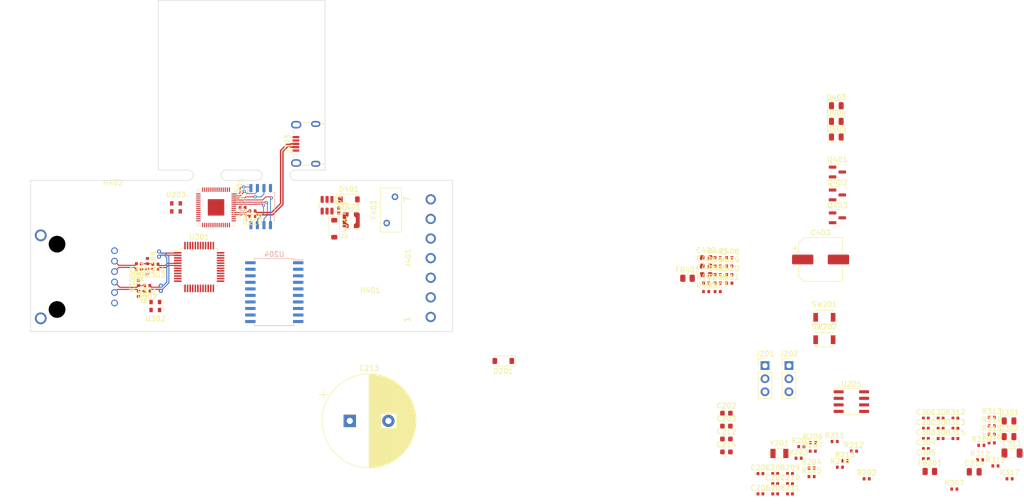
<source format=kicad_pcb>
(kicad_pcb (version 20221018) (generator pcbnew)
  (layers (0 "F.Cu" signal) (1 "In1.Cu" signal) (2 "In2.Cu" signal) (31 "B.Cu" signal) (34 "B.Paste" user) (35 "F.Paste" user) (36 "B.SilkS" user "B.Silkscreen") (37 "F.SilkS" user "F.Silkscreen") (38 "B.Mask" user) (39 "F.Mask" user) (44 "Edge.Cuts" user))
  (net 0 "")
  (net 1 "GND")
  (net 2 "+3.3V")
  (net 3 "+1V1")
  (net 4 "+BATT")
  (net 5 "+3.3VA")
  (net 6 "Net-(J301-RCT)")
  (net 7 "Net-(J301-SHIELD)")
  (net 8 "Net-(J301-TCT)")
  (net 9 "Net-(U301-1V2O)")
  (net 10 "Net-(U301-TOCAP)")
  (net 11 "Net-(U401-EN)")
  (net 12 "+12V")
  (net 13 "+3V3")
  (net 14 "Net-(D201-K)")
  (net 15 "Net-(D301-K)")
  (net 16 "Net-(D301-A)")
  (net 17 "Net-(D302-K)")
  (net 18 "Net-(D302-A)")
  (net 19 "Net-(D403-K)")
  (net 20 "/Pico/CH1")
  (net 21 "Net-(D404-K)")
  (net 22 "/Pico/CH2")
  (net 23 "Net-(D405-K)")
  (net 24 "/Pico/CH3")
  (net 25 "Net-(J401-Pin_4)")
  (net 26 "Net-(J401-Pin_1)")
  (net 27 "Net-(J201-Pin_1)")
  (net 28 "Net-(J201-Pin_3)")
  (net 29 "/Pico/RX")
  (net 30 "/Pico/TX")
  (net 31 "Net-(J203-VBUS)")
  (net 32 "Net-(J203-ID)")
  (net 33 "Net-(Q401-G)")
  (net 34 "Net-(Q403-G)")
  (net 35 "/Pico/Boot")
  (net 36 "Net-(U201-QSPI_SS)")
  (net 37 "/Pico/RTC MISO")
  (net 38 "Net-(U205-SCL)")
  (net 39 "/Pico/RTC MOSI")
  (net 40 "Net-(U205-SDA)")
  (net 41 "Net-(U205-VBAT)")
  (net 42 "/Pico/VBUS DET")
  (net 43 "Net-(U301-EXRES1)")
  (net 44 "Net-(U301-PMODE2)")
  (net 45 "Net-(U301-PMODE1)")
  (net 46 "Net-(U301-PMODE0)")
  (net 47 "Net-(U302-Out)")
  (net 48 "Net-(U301-XI)")
  (net 49 "/Ethernet/Clock 25 MHz")
  (net 50 "Net-(U401-Vfb)")
  (net 51 "/Pico/RST")
  (net 55 "/Pico/RTC ~{CS}")
  (net 56 "/Pico/RTC SCK")
  (net 61 "Net-(U201-XIN)")
  (net 63 "/Ethernet/ETH MOSI")
  (net 64 "/Ethernet/ETH CS")
  (net 65 "/Ethernet/ETH SCK")
  (net 66 "/Ethernet/ETH MISO")
  (net 67 "/Ethernet/ETH RESET")
  (net 68 "/Ethernet/ETH INT")
  (net 75 "Net-(U201-QSPI_SD3)")
  (net 76 "Net-(U201-QSPI_SCLK)")
  (net 77 "Net-(U201-QSPI_SD0)")
  (net 78 "Net-(U201-QSPI_SD2)")
  (net 79 "Net-(U201-QSPI_SD1)")
  (net 85 "Net-(U205-X1)")
  (net 86 "Net-(U205-X2)")
  (net 103 "Net-(J401-Pin_3)")
  (net 104 "Net-(J401-Pin_2)")
  (net 105 "/Ethernet/C_RX_P")
  (net 106 "/Ethernet/RX_P")
  (net 107 "/Ethernet/C_RX_N")
  (net 108 "/Ethernet/RX_N")
  (net 109 "/Ethernet/TX_P")
  (net 110 "/Ethernet/TX_N")
  (net 111 "/Ethernet/R_TX_N")
  (net 112 "/Ethernet/R_TX_P")
  (net 113 "/Ethernet/R_RX_P")
  (net 114 "/Ethernet/R_RX_N")
  (net 115 "/Power+IO/SW")
  (net 116 "/Power+IO/Boost")
  (net 117 "/Pico/USB+")
  (net 118 "/Pico/USB_RES_D+")
  (net 119 "/Pico/USB-")
  (net 120 "/Pico/USB_RES_D-")
  (footprint "Capacitor_SMD:C_0402_1005Metric" (layer "F.Cu") (at 201.825 120.93)
    (fp_text reference "C205")
    (fp_text value "100nF")
  )
  (footprint "Capacitor_SMD:C_0402_1005Metric" (layer "F.Cu") (at 81.02 76.2 180)
    (fp_text reference "C310")
    (fp_text value "6.8nF")
  )
  (footprint "Capacitor_SMD:C_0402_1005Metric" (layer "F.Cu") (at 236.845 110.17)
    (fp_text reference "C308")
    (fp_text value "10n")
  )
  (footprint "Capacitor_SMD:C_0402_1005Metric" (layer "F.Cu") (at 204.695 116.99)
    (fp_text reference "C206")
    (fp_text value "100nF")
  )
  (footprint "Crystal:Crystal_SMD_MicroCrystal_CC7V-T1A-2Pin_3.2x1.5mm" (layer "F.Cu") (at 205.515 113.08)
    (fp_text reference "Y201")
    (fp_text value "32.768k")
  )
  (footprint "Capacitor_SMD:C_1206_3216Metric" (layer "F.Cu") (at 250.725 113)
    (fp_text reference "C311")
    (fp_text value "1nF")
  )
  (footprint "Resistor_SMD:R_0402_1005Metric" (layer "F.Cu") (at 82.7 75.69 -90)
    (fp_text reference "R308")
    (fp_text value "50")
  )
  (footprint "Resistor_SMD:R_0402_1005Metric" (layer "F.Cu") (at 246.775 111.02)
    (fp_text reference "R316")
    (fp_text value "0R")
  )
  (footprint "Button_Switch_SMD:SW_SPST_B3U-1000P" (layer "F.Cu") (at 214.255 90.97)
    (fp_text reference "SW202")
    (fp_text value "RESET")
  )
  (footprint "Resistor_SMD:R_0805_2012Metric" (layer "F.Cu") (at 187.655 79.03)
    (fp_text reference "FB401")
    (fp_text value "120R")
  )
  (footprint "LED_SMD:LED_0805_2012Metric" (layer "F.Cu") (at 250.145 109.805)
    (fp_text reference "D302")
    (fp_text value "White")
  )
  (footprint "Resistor_SMD:R_0402_1005Metric" (layer "F.Cu") (at 195.775 76.67)
    (fp_text reference "R409")
    (fp_text value "180")
  )
  (footprint "Resistor_SMD:R_0402_1005Metric" (layer "F.Cu") (at 82.7 77.79 90)
    (fp_text reference "R309")
    (fp_text value "50")
  )
  (footprint "Package_TO_SOT_SMD:SOT-23" (layer "F.Cu") (at 216.785 58.38)
    (fp_text reference "Q401")
    (fp_text value "AO3400A")
  )
  (footprint "Resistor_SMD:R_0402_1005Metric" (layer "F.Cu") (at 220 112.63)
    (fp_text reference "R212")
    (fp_text value "10k")
  )
  (footprint "Resistor_SMD:R_0402_1005Metric" (layer "F.Cu") (at 195.775 78.32)
    (fp_text reference "R410")
    (fp_text value "0R")
  )
  (footprint "Resistor_SMD:R_0402_1005Metric" (layer "F.Cu") (at 216.25 110.75)
    (fp_text reference "R211")
    (fp_text value "10k")
  )
  (footprint "Capacitor_SMD:C_0402_1005Metric" (layer "F.Cu") (at 239.715 108.2)
    (fp_text reference "C313")
    (fp_text value "10n")
  )
  (footprint "Resistor_SMD:R_0402_1005Metric" (layer "F.Cu") (at 193.525 76.67)
    (fp_text reference "R404")
    (fp_text value "10k")
  )
  (footprint "Capacitor_SMD:C_0603_1608Metric" (layer "F.Cu") (at 191.275 76.67)
    (fp_text reference "C404")
    (fp_text value "10uF")
  )
  (footprint "Resistor_SMD:R_0402_1005Metric" (layer "F.Cu") (at 103.11 65.95 180)
    (fp_text reference "R209")
    (fp_text value "27")
  )
  (footprint "Capacitor_SMD:C_0402_1005Metric" (layer "F.Cu") (at 204.695 118.96)
    (fp_text reference "C207")
    (fp_text value "100nF")
  )
  (footprint "Resistor_SMD:R_0402_1005Metric" (layer "F.Cu") (at 193.525 75.02)
    (fp_text reference "R403")
    (fp_text value "10k")
  )
  (footprint "Capacitor_SMD:CP_Elec_8x11.9" (layer "F.Cu") (at 213.515 75.38)
    (fp_text reference "C403")
    (fp_text value "100uF")
  )
  (footprint "Resistor_SMD:R_0402_1005Metric" (layer "F.Cu") (at 246.775 107.72)
    (fp_text reference "R314")
    (fp_text value "0R")
  )
  (footprint "Button_Switch_SMD:SW_SPST_B3U-1000P" (layer "F.Cu") (at 214.255 86.62)
    (fp_text reference "SW201")
    (fp_text value "BOOT")
  )
  (footprint "Capacitor_SMD:C_0805_2012Metric" (layer "F.Cu") (at 243.375 116.65)
    (fp_text reference "C314")
    (fp_text value "4.7uF")
  )
  (footprint "LED_SMD:LED_0805_2012Metric" (layer "F.Cu") (at 250.145 106.765)
    (fp_text reference "D301")
    (fp_text value "White")
  )
  (footprint "Capacitor_THT:CP_Radial_D18.0mm_P7.50mm" (layer "F.Cu") (at 122.02222 106.75)
    (fp_text reference "C213")
    (fp_text value "0.47F")
  )
  (footprint "Resistor_SMD:R_0402_1005Metric" (layer "F.Cu") (at 246.775 109.37)
    (fp_text reference "R315")
    (fp_text value "0R")
  )
  (footprint "Resistor_SMD:R_0402_1005Metric" (layer "F.Cu") (at 84.25 76.3 180)
    (fp_text reference "R304")
    (fp_text value "33")
  )
  (footprint "Resistor_SMD:R_0402_1005Metric" (layer "F.Cu") (at 211.765 115.93)
    (fp_text reference "R204")
    (fp_text value "0R")
  )
  (footprint "Capacitor_SMD:C_0402_1005Metric" (layer "F.Cu") (at 239.715 110.17)
    (fp_text reference "C315")
    (fp_text value "100nF")
  )
  (footprint "Capacitor_SMD:C_0402_1005Metric" (layer "F.Cu") (at 81.02 77.3 180)
    (fp_text reference "C309")
    (fp_text value "6.8nF")
  )
  (footprint "LED_SMD:LED_0805_2012Metric" (layer "F.Cu") (at 216.575 45.495)
    (fp_text reference "D403")
    (fp_text value "White")
  )
  (footprint "Connector_USB:USB_Micro-B_Wuerth_629105150521" (layer "F.Cu") (at 113.45 52.905 90)
    (fp_text reference "J203")
    (fp_text value "USB_B_Micro")
  )
  (footprint "Resistor_SMD:R_0402_1005Metric" (layer "F.Cu") (at 80.95 79.94 90)
    (fp_text reference "R305")
    (fp_text value "50" hide)
  )
  (footprint "Resistor_SMD:R_0402_1005Metric" (layer "F.Cu") (at 195.775 75.02)
    (fp_text reference "R408")
    (fp_text value "180")
  )
  (footprint "Capacitor_SMD:C_0402_1005Metric" (layer "F.Cu") (at 233.975 110.17)
    (fp_text reference "C303")
    (fp_text value "100nF")
  )
  (footprint "Findersee_parts:Terminal-Block-01x07_P3.81" (layer "F.Cu") (at 137.75 75.12 90)
    (fp_text reference "J401")
    (fp_text value "IO")
  )
  (footprint "Capacitor_SMD:C_0603_1608Metric" (layer "F.Cu") (at 195.215 105.25)
    (fp_text reference "C202")
    (fp_text value "1uF")
  )
  (footprint "Connector_PinHeader_2.54mm:PinHeader_1x03_P2.54mm_Vertical" (layer "F.Cu") (at 207.365 96.01)
    (fp_text reference "J202")
    (fp_text value "SWD")
  )
  (footprint "Package_QFP:TQFP-48_7x7mm_P0.5mm" (layer "F.Cu") (at 92.75 76.8375)
    (fp_text reference "U301")
    (fp_text value "W5500")
  )
  (footprint "Resistor_SMD:R_0402_1005Metric" (layer "F.Cu") (at 250.25 118)
    (fp_text reference "R317")
    (fp_text value "0R")
  )
  (footprint "Capacitor_SMD:C_0402_1005Metric" (layer "F.Cu") (at 207.565 120.93)
    (fp_text reference "C211")
    (fp_text value "100nF")
  )
  (footprint "Capacitor_SMD:C_0603_1608Metric" (layer "F.Cu") (at 191.275 75.02)
    (fp_text reference "C402")
    (fp_text value "10uF")
  )
  (footprint "Inductor_SMD:L_Coilcraft_LPS3010" (layer "F.Cu") (at 122.3 67.75)
    (fp_text reference "L401")
    (fp_text value "15uH")
  )
  (footprint "Resistor_SMD:R_0402_1005Metric" (layer "F.Cu") (at 222.475 118)
    (fp_text reference "R202")
    (fp_text value "10k")
  )
  (footprint "Resistor_SMD:R_0402_1005Metric" (layer "F.Cu") (at 82.65 81.5 180)
    (fp_text reference "R302")
    (fp_text value "33")
  )
  (footprint "Diode_SMD:D_SOD-123" (layer "F.Cu") (at 151.85 95.1 180)
    (fp_text reference "D201")
    (fp_text value " RBR5RSM40BTF")
  )
  (footprint "MountingHole:MountingHole_3.2mm_M3_DIN965" (layer "F.Cu") (at 76 64.25)
    (fp_text reference "H402")
    (fp_text value "MountingHole")
  )
  (footprint "Resistor_SMD:R_0402_1005Metric" (layer "F.Cu") (at 193.525 79.97)
    (fp_text reference "R406")
    (fp_text value "0R")
  )
  (footprint "Findersee_parts:RP2040-QFN-56" (layer "F.Cu") (at 96.025 65.25 -90)
    (fp_text reference "U201")
    (fp_text value "RP2040")
  )
  (footprint "Resistor_SMD:R_0402_1005Metric" (layer "F.Cu") (at 244.75 111.5)
    (fp_text reference "R310")
    (fp_text value "12k4")
  )
  (footprint "Resistor_SMD:R_0402_1005Metric" (layer "F.Cu") (at 195.775 79.97)
    (fp_text reference "R411")
    (fp_text value "10k")
  )
  (footprint "Package_TO_SOT_SMD:SOT-23" (layer "F.Cu") (at 216.785 67.28)
    (fp_text reference "Q403")
    (fp_text value "AO3400A")
  )
  (footprint "Capacitor_SMD:C_0402_1005Metric" (layer "F.Cu") (at 204.695 120.93)
    (fp_text reference "C208")
    (fp_text value "100nF")
  )
  (footprint "Resistor_SMD:R_0402_1005Metric" (layer "F.Cu") (at 193.525 78.32)
    (fp_text reference "R405")
    (fp_text value "0R")
  )
  (footprint "Capacitor_SMD:C_0402_1005Metric" (layer "F.Cu") (at 233.975 106.23)
    (fp_text reference "C301")
    (fp_text value "100nF")
  )
  (footprint "Capacitor_SMD:C_0603_1608Metric" (layer "F.Cu") (at 195.215 112.78)
    (fp_text reference "C214")
    (fp_text value "1u")
  )
  (footprint "Capacitor_SMD:C_0402_1005Metric" (layer "F.Cu") (at 236.845 108.2)
    (fp_text reference "C307")
    (fp_text value "100nF")
  )
  (footprint "Resistor_SMD:R_0402_1005Metric" (layer "F.Cu") (at 84.25 77.2 180)
    (fp_text reference "R303")
    (fp_text value "33")
  )
  (footprint "Resistor_SMD:R_0402_1005Metric" (layer "F.Cu") (at 209.25 114)
    (fp_text reference "R203")
    (fp_text value "100R")
  )
  (footprint "Resistor_SMD:R_0402_1005Metric" (layer "F.Cu") (at 217.275 115.75)
    (fp_text reference "R208")
    (fp_text value "0R")
  )
  (footprint "Resistor_SMD:R_0402_1005Metric" (layer "F.Cu") (at 212.04 110.98)
    (fp_text reference "R206")
    (fp_text value "4k7")
  )
  (footprint "LED_SMD:LED_0805_2012Metric" (layer "F.Cu") (at 216.575 48.535)
    (fp_text reference "D404")
    (fp_text value "White")
  )
  (footprint "MountingHole:MountingHole_3.2mm_M3_DIN965" (layer "F.Cu") (at 126 85.15)
    (fp_text reference "H401")
    (fp_text value "MountingHole")
  )
  (footprint "Fuse:Fuse_BelFuse_0ZRE0005FF_L8.3mm_W3.8mm" (layer "F.Cu") (at 129.2 68.3 90)
    (fp_text reference "F403")
    (fp_text value "Polyfuse")
  )
  (footprint "Findersee_parts:08B1-1X1T-06-F" (layer "F.Cu") (at 76.3 78.75 -90)
    (fp_text reference "J301")
    (fp_text value "08B1-1X1T-06-F" hide)
  )
  (footprint "Resistor_SMD:R_0402_1005Metric" (layer "F.Cu") (at 218.25 114.5)
    (fp_text reference "R213")
    (fp_text value "10k")
  )
  (footprint "Package_TO_SOT_SMD:SOT-23" (layer "F.Cu") (at 216.785 62.83)
    (fp_text reference "Q402")
    (fp_text value "AO3400A")
  )
  (footprint "Oscillator:Oscillator_SMD_Abracon_ASDMB-4Pin_2.5x2.0mm" (layer "F.Cu") (at 88.25 65.25)
    (fp_text reference "U203")
    (fp_text value "ASDMB-12.000MHZ-LC-T")
  )
  (footprint "Capacitor_SMD:C_0402_1005Metric" (layer "F.Cu") (at 119.85 65.87 -90)
    (fp_text reference "C401")
    (fp_text value "100nF")
  )
  (footprint "Resistor_SMD:R_0402_1005Metric" (layer "F.Cu") (at 244.525 114.32)
    (fp_text reference "R312")
    (fp_text value "180")
  )
  (footprint "Capacitor_SMD:C_0402_1005Metric" (layer "F.Cu") (at 233.975 114.11)
    (fp_text reference "C305")
    (fp_text value "100nF")
  )
  (footprint "Resistor_SMD:R_0402_1005Metric" (layer "F.Cu") (at 239.5 120)
    (fp_text reference "R307")
    (fp_text value "10")
  )
  (footprint "Diode_SMD:D_SOD-123" (layer "F.Cu") (at 119 69.4 -90)
    (fp_text reference "D402")
    (fp_text value " RBR5RSM40BTF")
  )
  (footprint "Diode_SMD:D_SOD-123" (layer "F.Cu") (at 121.85 63.7)
    (fp_text reference "D401")
    (fp_text value "1N4148")
  )
  (footprint "Resistor_SMD:R_0805_2012Metric" (layer "F.Cu") (at 234.745 116.57)
    (fp_text reference "FB301")
    (fp_text value "120R")
  )
  (footprint "Capacitor_SMD:C_0402_1005Metric" (layer "F.Cu") (at 236.845 106.23)
    (fp_text reference "C306")
    (fp_text value "100nF")
  )
  (footprint "Capacitor_SMD:C_0402_1005Metric" (layer "F.Cu") (at 207.565 118.96)
    (fp_text reference "C210")
    (fp_text value "100nF")
  )
  (footprint "Capacitor_SMD:C_0402_1005Metric" (layer "F.Cu") (at 201.825 116.99)
    (fp_text reference "C201")
    (fp_text value "100nF")
  )
  (footprint "Resistor_SMD:R_0402_1005Metric" (layer "F.Cu") (at 212 112.63)
    (fp_text reference "R207")
    (fp_text value "4k7")
  )
  (footprint "Capacitor_SMD:C_0603_1608Metric" (layer "F.Cu") (at 195.215 110.27)
    (fp_text reference "C212")
    (fp_text value "1u")
  )
  (footprint "Resistor_SMD:R_0402_1005Metric" (layer "F.Cu") (at 191.275 81.62)
    (fp_text reference "R402")
    (fp_text value "31k6")
  )
  (footprint "Oscillator:Oscillator_SMD_Abracon_ASDMB-4Pin_2.5x2.0mm" (layer "F.Cu") (at 84.225 84.425 180)
    (fp_text reference "U302")
    (fp_text value "ASDMB-25.000MHZ-LC-T" hide)
  )
  (footprint "Capacitor_SMD:C_0603_1608Metric" (layer "F.Cu") (at 195.215 107.76)
    (fp_text reference "C203")
    (fp_text value "1uF")
  )
  (footprint "Capacitor_SMD:C_0402_1005Metric" (layer "F.Cu") (at 233.975 108.2)
    (fp_text reference "C302")
    (fp_text value "100nF")
  )
  (footprint "Connector_PinHeader_2.54mm:PinHeader_1x03_P2.54mm_Vertical" (layer "F.Cu") (at 202.715 96.01)
    (fp_text reference "J201")
    (fp_text value "SWD")
  )
  (footprint "Package_TO_SOT_SMD:SOT-23-6" (layer "F.Cu") (at 117.6 64.8375 -90)
    (fp_text reference "U401")
    (fp_text value "MCP16301")
  )
  (footprint "Resistor_SMD:R_0402_1005Metric" (layer "F.Cu") (at 247.5 115.5)
    (fp_text reference "R311")
    (fp_text value "180")
  )
  (footprint "Package_SO:SOIC-8_3.9x4.9mm_P1.27mm" (layer "F.Cu") (at 219.5 103)
    (fp_text reference "U205")
    (fp_text value "DS1307ZN+")
  )
  (footprint "Resistor_SMD:R_0402_1005Metric" (layer "F.Cu") (at 209.775 111.75)
    (fp_text reference "R201")
    (fp_text value "1k")
  )
  (footprint "Capacitor_SMD:C_0402_1005Metric" (layer "F.Cu") (at 233.975 112.14)
    (fp_text reference "C304")
    (fp_text value "100nF")
  )
  (footprint "LED_SMD:LED_0805_2012Metric" (layer "F.Cu") (at 216.575 51.575)
    (fp_text reference "D405")
    (fp_text value "White")
  )
  (footprint "Resistor_SMD:R_0402_1005Metric" (layer "F.Cu") (at 211.765 117.58)
    (fp_text reference "R205")
    (fp_text value "0R")
  )
  (footprint "Resistor_SMD:R_0402_1005Metric" (layer "F.Cu") (at 103.11 67 180)
    (fp_text reference "R210")
    (fp_text value "27")
  )
  (footprint "Resistor_SMD:R_0402_1005Metric" (layer "F.Cu") (at 82.65 80.45 180)
    (fp_text reference "R301")
    (fp_text value "33")
  )
  (footprint "Capacitor_SMD:C_0402_1005Metric" (layer "F.Cu") (at 239.715 106.23)
    (fp_text reference "C312")
    (fp_text value "22nF")
  )
  (footprint "Resistor_SMD:R_0402_1005Metric" (layer "F.Cu") (at 80.95 82.05 -90)
    (fp_text reference "R306")
    (fp_text value "50")
  )
  (footprint "Resistor_SMD:R_0402_1005Metric" (layer "F.Cu") (at 193.525 81.62)
    (fp_text reference "R407")
    (fp_text value "180")
  )
  (footprint "Resistor_SMD:R_0402_1005Metric" (layer "F.Cu") (at 191.275 79.97)
    (fp_text reference "R401")
    (fp_text value "10k")
  )
  (footprint "Capacitor_SMD:C_0603_1608Metric" (layer "F.Cu") (at 191.275 78.32)
    (fp_text reference "C405")
    (fp_text value "10uF")
  )
  (footprint "Resistor_SMD:R_0402_1005Metric" (layer "F.Cu") (at 246.775 106.07)
    (fp_text reference "R313")
    (fp_text value "0R")
  )
  (footprint "Capacitor_SMD:C_0402_1005Metric" (layer "F.Cu") (at 207.565 116.99)
    (fp_text reference "C209")
    (fp_text value "100nF")
  )
  (footprint "Capacitor_SMD:C_0402_1005Metric" (layer "F.Cu") (at 101.18 65.3 180)
    (fp_text reference "C204")
    (fp_text value "100nF")
  )
  (footprint "Package_SO:SOIC-8_5.23x5.23mm_P1.27mm" (layer "B.Cu") (at 104.7 65.1 -90)
    (fp_text reference "U202")
    (fp_text value "W25Q32JVSS")
  )
  (footprint "Package_SO:SOIC-20W_7.5x12.8mm_P1.27mm" (layer "B.Cu") (at 107.35 81.725 180)
    (fp_text reference "U204")
    (fp_text value "DS3234S")
  )
  (gr_arc (start 90.6 58) (mid 91.6 59) (end 90.6 60) (stroke (width 0.1)) (layer "Edge.Cuts"))
  (gr_line (start 60 89.4) (end 60 60) (stroke (width 0.1)) (layer "Edge.Cuts"))
  (gr_line (start 84.8 58) (end 84.8 25) (stroke (width 0.1)) (layer "Edge.Cuts"))
  (gr_line (start 60 60) (end 90.6 60) (stroke (width 0.1)) (layer "Edge.Cuts"))
  (gr_arc (start 104 58) (mid 105 59) (end 104 60) (stroke (width 0.1)) (layer "Edge.Cuts"))
  (gr_arc (start 98 60) (mid 97 59) (end 98 58) (stroke (width 0.1)) (layer "Edge.Cuts"))
  (gr_line (start 142 60) (end 142 89.4) (stroke (width 0.1)) (layer "Edge.Cuts"))
  (gr_line (start 98 60) (end 104 60) (stroke (width 0.1)) (layer "Edge.Cuts"))
  (gr_line (start 117.2 58) (end 117.2 25) (stroke (width 0.1)) (layer "Edge.Cuts"))
  (gr_line (start 111.4 58) (end 117.2 58) (stroke (width 0.1)) (layer "Edge.Cuts"))
  (gr_line (start 142 89.4) (end 60 89.4) (stroke (width 0.1)) (layer "Edge.Cuts"))
  (gr_line (start 84.8 25) (end 117.2 25) (stroke (width 0.1)) (layer "Edge.Cuts"))
  (gr_arc (start 111.4 60) (mid 110.4 59) (end 111.4 58) (stroke (width 0.1)) (layer "Edge.Cuts"))
  (gr_line (start 90.6 58) (end 84.8 58) (stroke (width 0.1)) (layer "Edge.Cuts"))
  (gr_line (start 98 58) (end 104 58) (stroke (width 0.1)) (layer "Edge.Cuts"))
  (gr_line (start 142 60) (end 111.4 60) (stroke (width 0.1)) (layer "Edge.Cuts"))
  (segment (start 100.7 62.4) (end 100.7 61.5) (width 0.16) (layer "F.Cu") (net 36))
  (segment (start 100.45 62.65) (end 100.7 62.4) (width 0.16) (layer "F.Cu") (net 36))
  (segment (start 100.7 61.5) (end 100.9 61.3) (width 0.16) (layer "F.Cu") (net 36))
  (segment (start 99.4625 62.65) (end 100.45 62.65) (width 0.16) (layer "F.Cu") (net 36))
  (segment (start 100.9 61.3) (end 101.4 61.3) (width 0.16) (layer "F.Cu") (net 36))
  (via (at 101.4 61.3) (size 0.6) (drill 0.3) (layers "F.Cu" "B.Cu") (net 36))
  (segment (start 102.595 61.3) (end 102.795 61.5) (width 0.16) (layer "B.Cu") (net 36))
  (segment (start 101.4 61.3) (end 102.595 61.3) (width 0.16) (layer "B.Cu") (net 36))
  (segment (start 103.94 64.61) (end 104.979332 64.61) (width 0.16) (layer "F.Cu") (net 75))
  (segment (start 103.9 64.65) (end 103.94 64.61) (width 0.16) (layer "F.Cu") (net 75))
  (segment (start 104.979332 64.61) (end 105.234666 64.865334) (width 0.16) (layer "F.Cu") (net 75))
  (segment (start 103.9 64.65) (end 99.4625 64.65) (width 0.16) (layer "F.Cu") (net 75))
  (via (at 105.234666 64.865334) (size 0.6) (drill 0.3) (layers "F.Cu" "B.Cu") (net 75))
  (segment (start 105.234666 66.465334) (end 105.234666 66.2) (width 0.16) (layer "B.Cu") (net 75))
  (segment (start 104.065 68.7) (end 104.065 67.635) (width 0.16) (layer "B.Cu") (net 75))
  (segment (start 105.234666 66.2) (end 105.234666 64.865334) (width 0.16) (layer "B.Cu") (net 75))
  (segment (start 104.065 67.635) (end 105.234666 66.465334) (width 0.16) (layer "B.Cu") (net 75))
  (segment (start 104.065 68.7) (end 104.065 67.835) (width 0.16) (layer "B.Cu") (net 75))
  (segment (start 105.8 64.3) (end 105.7495 64.2495) (width 0.16) (layer "F.Cu") (net 76))
  (segment (start 100.15 64.25) (end 99.4625 64.25) (width 0.16) (layer "F.Cu") (net 76))
  (segment (start 105.7495 64.2495) (end 104.9005 64.2495) (width 0.16) (layer "F.Cu") (net 76))
  (segment (start 100.15 64.25) (end 104.9 64.25) (width 0.16) (layer "F.Cu") (net 76))
  (segment (start 104.9 64.25) (end 104.95 64.25) (width 0.16) (layer "F.Cu") (net 76))
  (segment (start 104.9005 64.2495) (end 104.9 64.25) (width 0.16) (layer "F.Cu") (net 76))
  (via (at 105.8 64.3) (size 0.6) (drill 0.3) (layers "F.Cu" "B.Cu") (net 76))
  (segment (start 106 64.5) (end 106 66.8) (width 0.16) (layer "B.Cu") (net 76))
  (segment (start 105.8 64.3) (end 106 64.5) (width 0.16) (layer "B.Cu") (net 76))
  (segment (start 105.335 67.465) (end 105.335 68.7) (width 0.16) (layer "B.Cu") (net 76))
  (segment (start 106 66.8) (end 105.335 67.465) (width 0.16) (layer "B.Cu") (net 76))
  (segment (start 106.6 63.2) (end 106.8 63.4) (width 0.16) (layer "F.Cu") (net 77))
  (segment (start 105.09 63.81) (end 105.7 63.2) (width 0.16) (layer "F.Cu") (net 77))
  (segment (start 99.4625 63.85) (end 99.5025 63.81) (width 0.16) (layer "F.Cu") (net 77))
  (segment (start 99.5025 63.81) (end 100.21 63.81) (width 0.16) (layer "F.Cu") (net 77))
  (segment (start 100.300883 63.81) (end 105.09 63.81) (width 0.16) (layer "F.Cu") (net 77))
  (segment (start 100.21 63.81) (end 100.300883 63.81) (width 0.16) (layer "F.Cu") (net 77))
  (segment (start 105.7 63.2) (end 106.6 63.2) (width 0.16) (layer "F.Cu") (net 77))
  (via (at 106.8 63.4) (size 0.6) (drill 0.3) (layers "F.Cu" "B.Cu") (net 77))
  (segment (start 106.8 63.4) (end 106.605 63.595) (width 0.16) (layer "B.Cu") (net 77))
  (segment (start 106.5 68.595) (end 106.605 68.7) (width 0.16) (layer "B.Cu") (net 77))
  (segment (start 106.605 63.595) (end 106.605 68.7) (width 0.16) (layer "B.Cu") (net 77))
  (segment (start 100.45 63.45) (end 100.53 63.37) (width 0.16) (layer "F.Cu") (net 78))
  (segment (start 101.8 63.2) (end 103.6 63.2) (width 0.16) (layer "F.Cu") (net 78))
  (segment (start 100.53 63.37) (end 101.63 63.37) (width 0.16) (layer "F.Cu") (net 78))
  (segment (start 100.45 63.45) (end 99.4625 63.45) (width 0.16) (layer "F.Cu") (net 78))
  (segment (start 101.63 63.37) (end 101.8 63.2) (width 0.16) (layer "F.Cu") (net 78))
  (via (at 103.6 63.2) (size 0.6) (drill 0.3) (layers "F.Cu" "B.Cu") (net 78))
  (segment (start 104.8 63.2) (end 105.335 62.665) (width 0.16) (layer "B.Cu") (net 78))
  (segment (start 105.335 62.665) (end 105.335 61.5) (width 0.16) (layer "B.Cu") (net 78))
  (segment (start 103.6 63.2) (end 104.8 63.2) (width 0.16) (layer "B.Cu") (net 78))
  (segment (start 101.5 62.1) (end 101.5 62.22) (width 0.16) (layer "F.Cu") (net 79))
  (segment (start 99.4625 63.05) (end 99.5025 63.01) (width 0.16) (layer "F.Cu") (net 79))
  (segment (start 99.5025 63.01) (end 100.71 63.01) (width 0.16) (layer "F.Cu") (net 79))
  (segment (start 101.5 62.22) (end 100.71 63.01) (width 0.16) (layer "F.Cu") (net 79))
  (via (at 101.5 62.1) (size 0.6) (drill 0.3) (layers "F.Cu" "B.Cu") (net 79))
  (segment (start 104 61.565) (end 104.065 61.5) (width 0.16) (layer "B.Cu") (net 79))
  (segment (start 104.065 61.5) (end 104.065 62.135) (width 0.16) (layer "B.Cu") (net 79))
  (segment (start 101.98 62.58) (end 101.5 62.1) (width 0.16) (layer "B.Cu") (net 79))
  (segment (start 104.065 62.135) (end 103.62 62.58) (width 0.16) (layer "B.Cu") (net 79))
  (segment (start 103.62 62.58) (end 101.98 62.58) (width 0.16) (layer "B.Cu") (net 79))
  (segment (start 82.7 77.28) (end 83.66 77.28) (width 0.2) (layer "F.Cu") (net 105))
  (segment (start 82.68 77.3) (end 82.7 77.28) (width 0.2) (layer "F.Cu") (net 105))
  (segment (start 83.66 77.28) (end 83.74 77.2) (width 0.2) (layer "F.Cu") (net 105))
  (segment (start 81.5 77.3) (end 82.68 77.3) (width 0.2) (layer "F.Cu") (net 105))
  (segment (start 77.115 76.92) (end 76.3 77.735) (width 0.2) (layer "F.Cu") (net 106))
  (segment (start 80.54 77.3) (end 80.16 76.92) (width 0.2) (layer "F.Cu") (net 106))
  (segment (start 80.16 76.92) (end 77.115 76.92) (width 0.2) (layer "F.Cu") (net 106))
  (segment (start 81.5 76.2) (end 82.7 76.2) (width 0.2) (layer "F.Cu") (net 107))
  (segment (start 83.64 76.2) (end 83.74 76.3) (width 0.2) (layer "F.Cu") (net 107))
  (segment (start 82.7 76.2) (end 83.64 76.2) (width 0.2) (layer "F.Cu") (net 107))
  (segment (start 80.22 76.52) (end 80.54 76.2) (width 0.2) (layer "F.Cu") (net 108))
  (segment (start 76.3 75.705) (end 77.115 76.52) (width 0.2) (layer "F.Cu") (net 108))
  (segment (start 77.115 76.52) (end 80.22 76.52) (width 0.2) (layer "F.Cu") (net 108))
  (segment (start 80.605 80.795) (end 77.33 80.795) (width 0.2) (layer "F.Cu") (net 109))
  (segment (start 77.33 80.795) (end 76.3 79.765) (width 0.2) (layer "F.Cu") (net 109))
  (segment (start 80.95 80.45) (end 80.605 80.795) (width 0.2) (layer "F.Cu") (net 109))
  (segment (start 80.95 80.45) (end 82.14 80.45) (width 0.2) (layer "F.Cu") (net 109))
  (segment (start 76.9 81.195) (end 76.3 81.795) (width 0.2) (layer "F.Cu") (net 110))
  (segment (start 80.95 81.54) (end 82.1 81.54) (width 0.2) (layer "F.Cu") (net 110))
  (segment (start 80.605 81.195) (end 76.9 81.195) (width 0.2) (layer "F.Cu") (net 110))
  (segment (start 80.95 81.54) (end 80.605 81.195) (width 0.2) (layer "F.Cu") (net 110))
  (segment (start 82.1 81.54) (end 82.14 81.5) (width 0.2) (layer "F.Cu") (net 110))
  (segment (start 88.5875 74.0875) (end 88.5375 74.1375) (width 0.2) (layer "F.Cu") (net 111))
  (segment (start 83.485 81.175) (end 85 81.175) (width 0.2) (layer "F.Cu") (net 111))
  (segment (start 85.25 74.1375) (end 84.95 73.8375) (width 0.2) (layer "F.Cu") (net 111))
  (segment (start 83.16 81.5) (end 83.485 81.175) (width 0.2) (layer "F.Cu") (net 111))
  (segment (start 85 81.175) (end 85.3 81.475) (width 0.2) (layer "F.Cu") (net 111))
  (segment (start 88.5375 74.1375) (end 85.25 74.1375) (width 0.2) (layer "F.Cu") (net 111))
  (via (at 84.95 73.8375) (size 0.8) (drill 0.4) (layers "F.Cu" "B.Cu") (net 111))
  (via (at 85.3 81.475) (size 0.8) (drill 0.4) (layers "F.Cu" "B.Cu") (net 111))
  (segment (start 86.85 79.925) (end 86.85 74.867156) (width 0.2) (layer "B.Cu") (net 111))
  (segment (start 86.85 74.867156) (end 86.120344 74.1375) (width 0.2) (layer "B.Cu") (net 111))
  (segment (start 85.3 81.475) (end 86.85 79.925) (width 0.2) (layer "B.Cu") (net 111))
  (segment (start 85.25 74.1375) (end 84.95 73.8375) (width 0.2) (layer "B.Cu") (net 111))
  (segment (start 86.120344 74.1375) (end 85.25 74.1375) (width 0.2) (layer "B.Cu") (net 111))
  (segment (start 83.485 80.775) (end 85 80.775) (width 0.2) (layer "F.Cu") (net 112))
  (segment (start 88.5375 74.5375) (end 85.25 74.5375) (width 0.2) (layer "F.Cu") (net 112))
  (segment (start 88.5875 74.5875) (end 88.5375 74.5375) (width 0.2) (layer "F.Cu") (net 112))
  (segment (start 83.16 80.45) (end 83.485 80.775) (width 0.2) (layer "F.Cu") (net 112))
  (segment (start 85.25 74.5375) (end 84.95 74.8375) (width 0.2) (layer "F.Cu") (net 112))
  (segment (start 85 80.775) (end 85.3 80.475) (width 0.2) (layer "F.Cu") (net 112))
  (via (at 85.3 80.475) (size 0.8) (drill 0.4) (layers "F.Cu" "B.Cu") (net 112))
  (via (at 84.95 74.8375) (size 0.8) (drill 0.4) (layers "F.Cu" "B.Cu") (net 112))
  (segment (start 85.954656 74.5375) (end 85.25 74.5375) (width 0.2) (layer "B.Cu") (net 112))
  (segment (start 85.3 80.475) (end 85.734314 80.475) (width 0.2) (layer "B.Cu") (net 112))
  (segment (start 85.734314 80.475) (end 86.45 79.759314) (width 0.2) (layer "B.Cu") (net 112))
  (segment (start 86.45 75.032844) (end 85.954656 74.5375) (width 0.2) (layer "B.Cu") (net 112))
  (segment (start 85.25 74.5375) (end 84.95 74.8375) (width 0.2) (layer "B.Cu") (net 112))
  (segment (start 86.45 79.759314) (end 86.45 75.032844) (width 0.2) (layer "B.Cu") (net 112))
  (segment (start 86.745344 76.5375) (end 88.5375 76.5375) (width 0.2) (layer "F.Cu") (net 113))
  (segment (start 88.5875 76.5875) (end 88.5375 76.5375) (width 0.2) (layer "F.Cu") (net 113))
  (segment (start 85.01 76.95) (end 86.332844 76.95) (width 0.2) (layer "F.Cu") (net 113))
  (segment (start 84.76 77.2) (end 85.01 76.95) (width 0.2) (layer "F.Cu") (net 113))
  (segment (start 86.332844 76.95) (end 86.745344 76.5375) (width 0.2) (layer "F.Cu") (net 113))
  (segment (start 85.01 76.55) (end 86.167156 76.55) (width 0.2) (layer "F.Cu") (net 114))
  (segment (start 86.167156 76.55) (end 86.579656 76.1375) (width 0.2) (layer "F.Cu") (net 114))
  (segment (start 84.76 76.3) (end 85.01 76.55) (width 0.2) (layer "F.Cu") (net 114))
  (segment (start 88.5875 76.0875) (end 88.5375 76.1375) (width 0.2) (layer "F.Cu") (net 114))
  (segment (start 86.579656 76.1375) (end 88.5375 76.1375) (width 0.2) (layer "F.Cu") (net 114))
  (segment (start 109.77473 53) (end 110.479999 53) (width 0.26) (layer "F.Cu") (net 117))
  (segment (start 108.57 64.50473) (end 108.57 54.20473) (width 0.26) (layer "F.Cu") (net 117))
  (segment (start 103.62 65.95) (end 103.915 66.245) (width 0.26) (layer "F.Cu") (net 117))
  (segment (start 103.915 66.245) (end 106.82973 66.245) (width 0.26) (layer "F.Cu") (net 117))
  (segment (start 106.82973 66.245) (end 108.57 64.50473) (width 0.26) (layer "F.Cu") (net 117))
  (segment (start 110.574999 52.905) (end 111.55 52.905) (width 0.26) (layer "F.Cu") (net 117))
  (segment (start 108.57 54.20473) (end 109.77473 53) (width 0.26) (layer "F.Cu") (net 117))
  (segment (start 110.479999 53) (end 110.574999 52.905) (width 0.26) (layer "F.Cu") (net 117))
  (segment (start 102.1 66.05) (end 102.5 66.05) (width 0.16) (layer "F.Cu") (net 118))
  (segment (start 99.4625 66.25) (end 101.9 66.25) (width 0.16) (layer "F.Cu") (net 118))
  (segment (start 101.9 66.25) (end 102.1 66.05) (width 0.16) (layer "F.Cu") (net 118))
  (segment (start 102.5 66.05) (end 102.6 65.95) (width 0.16) (layer "F.Cu") (net 118))
  (segment (start 110.479999 53.46) (end 110.574999 53.555) (width 0.26) (layer "F.Cu") (net 119))
  (segment (start 109.03 54.39527) (end 109.96527 53.46) (width 0.26) (layer "F.Cu") (net 119))
  (segment (start 109.03 64.69527) (end 109.03 54.39527) (width 0.26) (layer "F.Cu") (net 119))
  (segment (start 110.574999 53.555) (end 111.55 53.555) (width 0.26) (layer "F.Cu") (net 119))
  (segment (start 103.62 67) (end 103.915 66.705) (width 0.26) (layer "F.Cu") (net 119))
  (segment (start 109.96527 53.46) (end 110.479999 53.46) (width 0.26) (layer "F.Cu") (net 119))
  (segment (start 107.02027 66.705) (end 109.03 64.69527) (width 0.26) (layer "F.Cu") (net 119))
  (segment (start 103.915 66.705) (end 107.02027 66.705) (width 0.26) (layer "F.Cu") (net 119))
  (segment (start 99.4625 66.65) (end 101.9 66.65) (width 0.16) (layer "F.Cu") (net 120))
  (segment (start 102.45 66.85) (end 102.6 67) (width 0.16) (layer "F.Cu") (net 120))
  (segment (start 101.9 66.65) (end 102.1 66.85) (width 0.16) (layer "F.Cu") (net 120))
  (segment (start 102.1 66.85) (end 102.45 66.85) (width 0.16) (layer "F.Cu") (net 120))
)
</source>
